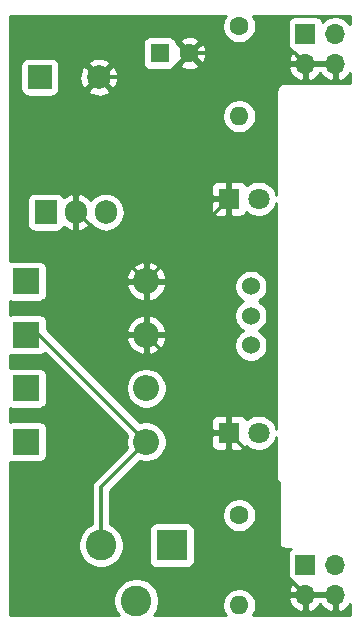
<source format=gbl>
G04 #@! TF.GenerationSoftware,KiCad,Pcbnew,(5.1.9)-1*
G04 #@! TF.CreationDate,2021-01-12T20:24:35-08:00*
G04 #@! TF.ProjectId,BreadboardPowerSupply,42726561-6462-46f6-9172-64506f776572,1*
G04 #@! TF.SameCoordinates,Original*
G04 #@! TF.FileFunction,Copper,L2,Bot*
G04 #@! TF.FilePolarity,Positive*
%FSLAX46Y46*%
G04 Gerber Fmt 4.6, Leading zero omitted, Abs format (unit mm)*
G04 Created by KiCad (PCBNEW (5.1.9)-1) date 2021-01-12 20:24:35*
%MOMM*%
%LPD*%
G01*
G04 APERTURE LIST*
G04 #@! TA.AperFunction,ComponentPad*
%ADD10R,2.000000X2.000000*%
G04 #@! TD*
G04 #@! TA.AperFunction,ComponentPad*
%ADD11C,2.000000*%
G04 #@! TD*
G04 #@! TA.AperFunction,ComponentPad*
%ADD12R,1.600000X1.600000*%
G04 #@! TD*
G04 #@! TA.AperFunction,ComponentPad*
%ADD13C,1.600000*%
G04 #@! TD*
G04 #@! TA.AperFunction,ComponentPad*
%ADD14R,2.200000X2.200000*%
G04 #@! TD*
G04 #@! TA.AperFunction,ComponentPad*
%ADD15O,2.200000X2.200000*%
G04 #@! TD*
G04 #@! TA.AperFunction,ComponentPad*
%ADD16R,1.800000X1.800000*%
G04 #@! TD*
G04 #@! TA.AperFunction,ComponentPad*
%ADD17C,1.800000*%
G04 #@! TD*
G04 #@! TA.AperFunction,ComponentPad*
%ADD18R,2.600000X2.600000*%
G04 #@! TD*
G04 #@! TA.AperFunction,ComponentPad*
%ADD19C,2.600000*%
G04 #@! TD*
G04 #@! TA.AperFunction,ComponentPad*
%ADD20R,1.700000X1.700000*%
G04 #@! TD*
G04 #@! TA.AperFunction,ComponentPad*
%ADD21O,1.700000X1.700000*%
G04 #@! TD*
G04 #@! TA.AperFunction,ComponentPad*
%ADD22O,1.600000X1.600000*%
G04 #@! TD*
G04 #@! TA.AperFunction,ComponentPad*
%ADD23C,1.524000*%
G04 #@! TD*
G04 #@! TA.AperFunction,ComponentPad*
%ADD24R,1.905000X2.000000*%
G04 #@! TD*
G04 #@! TA.AperFunction,ComponentPad*
%ADD25O,1.905000X2.000000*%
G04 #@! TD*
G04 #@! TA.AperFunction,Conductor*
%ADD26C,0.300000*%
G04 #@! TD*
G04 #@! TA.AperFunction,Conductor*
%ADD27C,0.254000*%
G04 #@! TD*
G04 #@! TA.AperFunction,Conductor*
%ADD28C,0.100000*%
G04 #@! TD*
G04 APERTURE END LIST*
D10*
G04 #@! TO.P,C1,1*
G04 #@! TO.N,/Vin*
X104775000Y-82042000D03*
D11*
G04 #@! TO.P,C1,2*
G04 #@! TO.N,/V-*
X109775000Y-82042000D03*
G04 #@! TD*
D12*
G04 #@! TO.P,C2,1*
G04 #@! TO.N,/Vout1*
X114935000Y-80010000D03*
D13*
G04 #@! TO.P,C2,2*
G04 #@! TO.N,/V-*
X117435000Y-80010000D03*
G04 #@! TD*
D14*
G04 #@! TO.P,D1,1*
G04 #@! TO.N,/Vin*
X103632000Y-108373332D03*
D15*
G04 #@! TO.P,D1,2*
G04 #@! TO.N,Net-(D1-Pad2)*
X113792000Y-108373332D03*
G04 #@! TD*
D14*
G04 #@! TO.P,D2,1*
G04 #@! TO.N,Net-(D1-Pad2)*
X103632000Y-99314000D03*
D15*
G04 #@! TO.P,D2,2*
G04 #@! TO.N,/V-*
X113792000Y-99314000D03*
G04 #@! TD*
G04 #@! TO.P,D3,2*
G04 #@! TO.N,Net-(D3-Pad2)*
X113792000Y-112903000D03*
D14*
G04 #@! TO.P,D3,1*
G04 #@! TO.N,/Vin*
X103632000Y-112903000D03*
G04 #@! TD*
D15*
G04 #@! TO.P,D4,2*
G04 #@! TO.N,/V-*
X113792000Y-103843666D03*
D14*
G04 #@! TO.P,D4,1*
G04 #@! TO.N,Net-(D3-Pad2)*
X103632000Y-103843666D03*
G04 #@! TD*
D16*
G04 #@! TO.P,D5,1*
G04 #@! TO.N,/V-*
X120777000Y-112141000D03*
D17*
G04 #@! TO.P,D5,2*
G04 #@! TO.N,Net-(D5-Pad2)*
X123317000Y-112141000D03*
G04 #@! TD*
G04 #@! TO.P,D6,2*
G04 #@! TO.N,Net-(D6-Pad2)*
X123317000Y-92329000D03*
D16*
G04 #@! TO.P,D6,1*
G04 #@! TO.N,/V-*
X120777000Y-92329000D03*
G04 #@! TD*
D18*
G04 #@! TO.P,J1,1*
G04 #@! TO.N,Net-(D1-Pad2)*
X115951000Y-121666000D03*
D19*
G04 #@! TO.P,J1,2*
G04 #@! TO.N,Net-(D3-Pad2)*
X109951000Y-121666000D03*
G04 #@! TO.P,J1,3*
G04 #@! TO.N,Net-(J1-Pad3)*
X112951000Y-126366000D03*
G04 #@! TD*
D20*
G04 #@! TO.P,J2,1*
G04 #@! TO.N,/Vout2*
X127254000Y-78359000D03*
D21*
G04 #@! TO.P,J2,2*
X129794000Y-78359000D03*
G04 #@! TO.P,J2,3*
G04 #@! TO.N,/V-*
X127254000Y-80899000D03*
G04 #@! TO.P,J2,4*
X129794000Y-80899000D03*
G04 #@! TD*
G04 #@! TO.P,J3,4*
G04 #@! TO.N,/V-*
X129794000Y-125857000D03*
G04 #@! TO.P,J3,3*
X127254000Y-125857000D03*
G04 #@! TO.P,J3,2*
G04 #@! TO.N,/Vout2*
X129794000Y-123317000D03*
D20*
G04 #@! TO.P,J3,1*
X127254000Y-123317000D03*
G04 #@! TD*
D13*
G04 #@! TO.P,R1,1*
G04 #@! TO.N,/Vout1*
X121666000Y-119126000D03*
D22*
G04 #@! TO.P,R1,2*
G04 #@! TO.N,Net-(D5-Pad2)*
X121666000Y-126746000D03*
G04 #@! TD*
G04 #@! TO.P,R2,2*
G04 #@! TO.N,Net-(D6-Pad2)*
X121666000Y-85344000D03*
D13*
G04 #@! TO.P,R2,1*
G04 #@! TO.N,/Vout2*
X121666000Y-77724000D03*
G04 #@! TD*
D23*
G04 #@! TO.P,SW1,2*
G04 #@! TO.N,/Vout1*
X122650680Y-102235000D03*
G04 #@! TO.P,SW1,3*
G04 #@! TO.N,Net-(SW1-Pad3)*
X122650680Y-99745800D03*
G04 #@! TO.P,SW1,1*
G04 #@! TO.N,/Vout2*
X122650680Y-104724200D03*
G04 #@! TD*
D24*
G04 #@! TO.P,U1,1*
G04 #@! TO.N,/Vin*
X105283000Y-93472000D03*
D25*
G04 #@! TO.P,U1,2*
G04 #@! TO.N,/V-*
X107823000Y-93472000D03*
G04 #@! TO.P,U1,3*
G04 #@! TO.N,/Vout1*
X110363000Y-93472000D03*
G04 #@! TD*
D26*
G04 #@! TO.N,/V-*
X129794000Y-125857000D02*
X127254000Y-125857000D01*
X125000990Y-116364990D02*
X120777000Y-112141000D01*
X125000990Y-123603990D02*
X125000990Y-116364990D01*
X127254000Y-125857000D02*
X125000990Y-123603990D01*
X120777000Y-110828666D02*
X113792000Y-103843666D01*
X120777000Y-112141000D02*
X120777000Y-110828666D01*
X113792000Y-103843666D02*
X113792000Y-99314000D01*
X113792000Y-99314000D02*
X120777000Y-92329000D01*
X107950000Y-93472000D02*
X107823000Y-93472000D01*
X113792000Y-99314000D02*
X107950000Y-93472000D01*
X107823000Y-83994000D02*
X109775000Y-82042000D01*
X107823000Y-93472000D02*
X107823000Y-83994000D01*
X115403000Y-82042000D02*
X117435000Y-80010000D01*
X109775000Y-82042000D02*
X115403000Y-82042000D01*
X126365000Y-80010000D02*
X127254000Y-80899000D01*
X117435000Y-80010000D02*
X126365000Y-80010000D01*
X127254000Y-80899000D02*
X129794000Y-80899000D01*
G04 #@! TO.N,Net-(D3-Pad2)*
X109951000Y-116744000D02*
X113792000Y-112903000D01*
X109951000Y-121666000D02*
X109951000Y-116744000D01*
X104732666Y-103843666D02*
X103632000Y-103843666D01*
X113792000Y-112903000D02*
X104732666Y-103843666D01*
G04 #@! TD*
D27*
G04 #@! TO.N,/V-*
X120394320Y-77044273D02*
X120286147Y-77305426D01*
X120231000Y-77582665D01*
X120231000Y-77865335D01*
X120286147Y-78142574D01*
X120394320Y-78403727D01*
X120551363Y-78638759D01*
X120751241Y-78838637D01*
X120986273Y-78995680D01*
X121247426Y-79103853D01*
X121524665Y-79159000D01*
X121807335Y-79159000D01*
X122084574Y-79103853D01*
X122345727Y-78995680D01*
X122580759Y-78838637D01*
X122780637Y-78638759D01*
X122937680Y-78403727D01*
X123045853Y-78142574D01*
X123101000Y-77865335D01*
X123101000Y-77582665D01*
X123045853Y-77305426D01*
X122937680Y-77044273D01*
X122814553Y-76860000D01*
X131039000Y-76860000D01*
X131039000Y-77549345D01*
X130947475Y-77412368D01*
X130740632Y-77205525D01*
X130497411Y-77043010D01*
X130227158Y-76931068D01*
X129940260Y-76874000D01*
X129647740Y-76874000D01*
X129360842Y-76931068D01*
X129090589Y-77043010D01*
X128847368Y-77205525D01*
X128715513Y-77337380D01*
X128693502Y-77264820D01*
X128634537Y-77154506D01*
X128555185Y-77057815D01*
X128458494Y-76978463D01*
X128348180Y-76919498D01*
X128228482Y-76883188D01*
X128104000Y-76870928D01*
X126404000Y-76870928D01*
X126279518Y-76883188D01*
X126159820Y-76919498D01*
X126049506Y-76978463D01*
X125952815Y-77057815D01*
X125873463Y-77154506D01*
X125814498Y-77264820D01*
X125778188Y-77384518D01*
X125765928Y-77509000D01*
X125765928Y-79209000D01*
X125778188Y-79333482D01*
X125814498Y-79453180D01*
X125873463Y-79563494D01*
X125952815Y-79660185D01*
X126049506Y-79739537D01*
X126159820Y-79798502D01*
X126240466Y-79822966D01*
X126156412Y-79898731D01*
X125982359Y-80132080D01*
X125857175Y-80394901D01*
X125812524Y-80542110D01*
X125933845Y-80772000D01*
X127127000Y-80772000D01*
X127127000Y-80752000D01*
X127381000Y-80752000D01*
X127381000Y-80772000D01*
X129667000Y-80772000D01*
X129667000Y-80752000D01*
X129921000Y-80752000D01*
X129921000Y-80772000D01*
X129941000Y-80772000D01*
X129941000Y-81026000D01*
X129921000Y-81026000D01*
X129921000Y-82219814D01*
X130150891Y-82340481D01*
X130425252Y-82243157D01*
X130675355Y-82094178D01*
X130891588Y-81899269D01*
X131039001Y-81701636D01*
X131039001Y-82525000D01*
X125508419Y-82525000D01*
X125476000Y-82521807D01*
X125443581Y-82525000D01*
X125346617Y-82534550D01*
X125222207Y-82572290D01*
X125107550Y-82633575D01*
X125007052Y-82716052D01*
X124924575Y-82816550D01*
X124863290Y-82931207D01*
X124825550Y-83055617D01*
X124812807Y-83185000D01*
X124816000Y-83217419D01*
X124816000Y-91996832D01*
X124793011Y-91881257D01*
X124677299Y-91601905D01*
X124509312Y-91350495D01*
X124295505Y-91136688D01*
X124044095Y-90968701D01*
X123764743Y-90852989D01*
X123468184Y-90794000D01*
X123165816Y-90794000D01*
X122869257Y-90852989D01*
X122589905Y-90968701D01*
X122338495Y-91136688D01*
X122272056Y-91203127D01*
X122266502Y-91184820D01*
X122207537Y-91074506D01*
X122128185Y-90977815D01*
X122031494Y-90898463D01*
X121921180Y-90839498D01*
X121801482Y-90803188D01*
X121677000Y-90790928D01*
X121062750Y-90794000D01*
X120904000Y-90952750D01*
X120904000Y-92202000D01*
X120924000Y-92202000D01*
X120924000Y-92456000D01*
X120904000Y-92456000D01*
X120904000Y-93705250D01*
X121062750Y-93864000D01*
X121677000Y-93867072D01*
X121801482Y-93854812D01*
X121921180Y-93818502D01*
X122031494Y-93759537D01*
X122128185Y-93680185D01*
X122207537Y-93583494D01*
X122266502Y-93473180D01*
X122272056Y-93454873D01*
X122338495Y-93521312D01*
X122589905Y-93689299D01*
X122869257Y-93805011D01*
X123165816Y-93864000D01*
X123468184Y-93864000D01*
X123764743Y-93805011D01*
X124044095Y-93689299D01*
X124295505Y-93521312D01*
X124509312Y-93307505D01*
X124677299Y-93056095D01*
X124793011Y-92776743D01*
X124816000Y-92661168D01*
X124816001Y-111808835D01*
X124793011Y-111693257D01*
X124677299Y-111413905D01*
X124509312Y-111162495D01*
X124295505Y-110948688D01*
X124044095Y-110780701D01*
X123764743Y-110664989D01*
X123468184Y-110606000D01*
X123165816Y-110606000D01*
X122869257Y-110664989D01*
X122589905Y-110780701D01*
X122338495Y-110948688D01*
X122272056Y-111015127D01*
X122266502Y-110996820D01*
X122207537Y-110886506D01*
X122128185Y-110789815D01*
X122031494Y-110710463D01*
X121921180Y-110651498D01*
X121801482Y-110615188D01*
X121677000Y-110602928D01*
X121062750Y-110606000D01*
X120904000Y-110764750D01*
X120904000Y-112014000D01*
X120924000Y-112014000D01*
X120924000Y-112268000D01*
X120904000Y-112268000D01*
X120904000Y-113517250D01*
X121062750Y-113676000D01*
X121677000Y-113679072D01*
X121801482Y-113666812D01*
X121921180Y-113630502D01*
X122031494Y-113571537D01*
X122128185Y-113492185D01*
X122207537Y-113395494D01*
X122266502Y-113285180D01*
X122272056Y-113266873D01*
X122338495Y-113333312D01*
X122589905Y-113501299D01*
X122869257Y-113617011D01*
X123165816Y-113676000D01*
X123468184Y-113676000D01*
X123764743Y-113617011D01*
X124044095Y-113501299D01*
X124295505Y-113333312D01*
X124509312Y-113119505D01*
X124677299Y-112868095D01*
X124793011Y-112588743D01*
X124816001Y-112473165D01*
X124816001Y-121252571D01*
X124812807Y-121285000D01*
X124825550Y-121414383D01*
X124863290Y-121538793D01*
X124924575Y-121653450D01*
X125007052Y-121753948D01*
X125107550Y-121836425D01*
X125222207Y-121897710D01*
X125346617Y-121935450D01*
X125443581Y-121945000D01*
X125476000Y-121948193D01*
X125508419Y-121945000D01*
X126039104Y-121945000D01*
X125952815Y-122015815D01*
X125873463Y-122112506D01*
X125814498Y-122222820D01*
X125778188Y-122342518D01*
X125765928Y-122467000D01*
X125765928Y-124167000D01*
X125778188Y-124291482D01*
X125814498Y-124411180D01*
X125873463Y-124521494D01*
X125952815Y-124618185D01*
X126049506Y-124697537D01*
X126159820Y-124756502D01*
X126240466Y-124780966D01*
X126156412Y-124856731D01*
X125982359Y-125090080D01*
X125857175Y-125352901D01*
X125812524Y-125500110D01*
X125933845Y-125730000D01*
X127127000Y-125730000D01*
X127127000Y-125710000D01*
X127381000Y-125710000D01*
X127381000Y-125730000D01*
X129667000Y-125730000D01*
X129667000Y-125710000D01*
X129921000Y-125710000D01*
X129921000Y-125730000D01*
X129941000Y-125730000D01*
X129941000Y-125984000D01*
X129921000Y-125984000D01*
X129921000Y-127177814D01*
X130150891Y-127298481D01*
X130425252Y-127201157D01*
X130675355Y-127052178D01*
X130891588Y-126857269D01*
X131039000Y-126659637D01*
X131039000Y-127610000D01*
X122814553Y-127610000D01*
X122937680Y-127425727D01*
X123045853Y-127164574D01*
X123101000Y-126887335D01*
X123101000Y-126604665D01*
X123045853Y-126327426D01*
X122998825Y-126213890D01*
X125812524Y-126213890D01*
X125857175Y-126361099D01*
X125982359Y-126623920D01*
X126156412Y-126857269D01*
X126372645Y-127052178D01*
X126622748Y-127201157D01*
X126897109Y-127298481D01*
X127127000Y-127177814D01*
X127127000Y-125984000D01*
X127381000Y-125984000D01*
X127381000Y-127177814D01*
X127610891Y-127298481D01*
X127885252Y-127201157D01*
X128135355Y-127052178D01*
X128351588Y-126857269D01*
X128524000Y-126626120D01*
X128696412Y-126857269D01*
X128912645Y-127052178D01*
X129162748Y-127201157D01*
X129437109Y-127298481D01*
X129667000Y-127177814D01*
X129667000Y-125984000D01*
X127381000Y-125984000D01*
X127127000Y-125984000D01*
X125933845Y-125984000D01*
X125812524Y-126213890D01*
X122998825Y-126213890D01*
X122937680Y-126066273D01*
X122780637Y-125831241D01*
X122580759Y-125631363D01*
X122345727Y-125474320D01*
X122084574Y-125366147D01*
X121807335Y-125311000D01*
X121524665Y-125311000D01*
X121247426Y-125366147D01*
X120986273Y-125474320D01*
X120751241Y-125631363D01*
X120551363Y-125831241D01*
X120394320Y-126066273D01*
X120286147Y-126327426D01*
X120231000Y-126604665D01*
X120231000Y-126887335D01*
X120286147Y-127164574D01*
X120394320Y-127425727D01*
X120517447Y-127610000D01*
X114443504Y-127610000D01*
X114454013Y-127599491D01*
X114665775Y-127282566D01*
X114811639Y-126930419D01*
X114886000Y-126556581D01*
X114886000Y-126175419D01*
X114811639Y-125801581D01*
X114665775Y-125449434D01*
X114454013Y-125132509D01*
X114184491Y-124862987D01*
X113867566Y-124651225D01*
X113515419Y-124505361D01*
X113141581Y-124431000D01*
X112760419Y-124431000D01*
X112386581Y-124505361D01*
X112034434Y-124651225D01*
X111717509Y-124862987D01*
X111447987Y-125132509D01*
X111236225Y-125449434D01*
X111090361Y-125801581D01*
X111016000Y-126175419D01*
X111016000Y-126556581D01*
X111090361Y-126930419D01*
X111236225Y-127282566D01*
X111447987Y-127599491D01*
X111458496Y-127610000D01*
X102260000Y-127610000D01*
X102260000Y-114577632D01*
X102287820Y-114592502D01*
X102407518Y-114628812D01*
X102532000Y-114641072D01*
X104732000Y-114641072D01*
X104856482Y-114628812D01*
X104976180Y-114592502D01*
X105086494Y-114533537D01*
X105183185Y-114454185D01*
X105262537Y-114357494D01*
X105321502Y-114247180D01*
X105357812Y-114127482D01*
X105370072Y-114003000D01*
X105370072Y-111803000D01*
X105357812Y-111678518D01*
X105321502Y-111558820D01*
X105262537Y-111448506D01*
X105183185Y-111351815D01*
X105086494Y-111272463D01*
X104976180Y-111213498D01*
X104856482Y-111177188D01*
X104732000Y-111164928D01*
X102532000Y-111164928D01*
X102407518Y-111177188D01*
X102287820Y-111213498D01*
X102260000Y-111228368D01*
X102260000Y-110047964D01*
X102287820Y-110062834D01*
X102407518Y-110099144D01*
X102532000Y-110111404D01*
X104732000Y-110111404D01*
X104856482Y-110099144D01*
X104976180Y-110062834D01*
X105086494Y-110003869D01*
X105183185Y-109924517D01*
X105262537Y-109827826D01*
X105321502Y-109717512D01*
X105357812Y-109597814D01*
X105370072Y-109473332D01*
X105370072Y-107273332D01*
X105357812Y-107148850D01*
X105321502Y-107029152D01*
X105262537Y-106918838D01*
X105183185Y-106822147D01*
X105086494Y-106742795D01*
X104976180Y-106683830D01*
X104856482Y-106647520D01*
X104732000Y-106635260D01*
X102532000Y-106635260D01*
X102407518Y-106647520D01*
X102287820Y-106683830D01*
X102260000Y-106698700D01*
X102260000Y-105518298D01*
X102287820Y-105533168D01*
X102407518Y-105569478D01*
X102532000Y-105581738D01*
X104732000Y-105581738D01*
X104856482Y-105569478D01*
X104976180Y-105533168D01*
X105086494Y-105474203D01*
X105177972Y-105399129D01*
X112138931Y-112360089D01*
X112123675Y-112396919D01*
X112057000Y-112732117D01*
X112057000Y-113073883D01*
X112123675Y-113409081D01*
X112138931Y-113445912D01*
X109423185Y-116161658D01*
X109393237Y-116186236D01*
X109368659Y-116216184D01*
X109368655Y-116216188D01*
X109335690Y-116256356D01*
X109295139Y-116305767D01*
X109256177Y-116378660D01*
X109222246Y-116442141D01*
X109177359Y-116590114D01*
X109162203Y-116744000D01*
X109166001Y-116782563D01*
X109166000Y-119896728D01*
X109034434Y-119951225D01*
X108717509Y-120162987D01*
X108447987Y-120432509D01*
X108236225Y-120749434D01*
X108090361Y-121101581D01*
X108016000Y-121475419D01*
X108016000Y-121856581D01*
X108090361Y-122230419D01*
X108236225Y-122582566D01*
X108447987Y-122899491D01*
X108717509Y-123169013D01*
X109034434Y-123380775D01*
X109386581Y-123526639D01*
X109760419Y-123601000D01*
X110141581Y-123601000D01*
X110515419Y-123526639D01*
X110867566Y-123380775D01*
X111184491Y-123169013D01*
X111454013Y-122899491D01*
X111665775Y-122582566D01*
X111811639Y-122230419D01*
X111886000Y-121856581D01*
X111886000Y-121475419D01*
X111811639Y-121101581D01*
X111665775Y-120749434D01*
X111454013Y-120432509D01*
X111387504Y-120366000D01*
X114012928Y-120366000D01*
X114012928Y-122966000D01*
X114025188Y-123090482D01*
X114061498Y-123210180D01*
X114120463Y-123320494D01*
X114199815Y-123417185D01*
X114296506Y-123496537D01*
X114406820Y-123555502D01*
X114526518Y-123591812D01*
X114651000Y-123604072D01*
X117251000Y-123604072D01*
X117375482Y-123591812D01*
X117495180Y-123555502D01*
X117605494Y-123496537D01*
X117702185Y-123417185D01*
X117781537Y-123320494D01*
X117840502Y-123210180D01*
X117876812Y-123090482D01*
X117889072Y-122966000D01*
X117889072Y-120366000D01*
X117876812Y-120241518D01*
X117840502Y-120121820D01*
X117781537Y-120011506D01*
X117702185Y-119914815D01*
X117605494Y-119835463D01*
X117495180Y-119776498D01*
X117375482Y-119740188D01*
X117251000Y-119727928D01*
X114651000Y-119727928D01*
X114526518Y-119740188D01*
X114406820Y-119776498D01*
X114296506Y-119835463D01*
X114199815Y-119914815D01*
X114120463Y-120011506D01*
X114061498Y-120121820D01*
X114025188Y-120241518D01*
X114012928Y-120366000D01*
X111387504Y-120366000D01*
X111184491Y-120162987D01*
X110867566Y-119951225D01*
X110736000Y-119896729D01*
X110736000Y-118984665D01*
X120231000Y-118984665D01*
X120231000Y-119267335D01*
X120286147Y-119544574D01*
X120394320Y-119805727D01*
X120551363Y-120040759D01*
X120751241Y-120240637D01*
X120986273Y-120397680D01*
X121247426Y-120505853D01*
X121524665Y-120561000D01*
X121807335Y-120561000D01*
X122084574Y-120505853D01*
X122345727Y-120397680D01*
X122580759Y-120240637D01*
X122780637Y-120040759D01*
X122937680Y-119805727D01*
X123045853Y-119544574D01*
X123101000Y-119267335D01*
X123101000Y-118984665D01*
X123045853Y-118707426D01*
X122937680Y-118446273D01*
X122780637Y-118211241D01*
X122580759Y-118011363D01*
X122345727Y-117854320D01*
X122084574Y-117746147D01*
X121807335Y-117691000D01*
X121524665Y-117691000D01*
X121247426Y-117746147D01*
X120986273Y-117854320D01*
X120751241Y-118011363D01*
X120551363Y-118211241D01*
X120394320Y-118446273D01*
X120286147Y-118707426D01*
X120231000Y-118984665D01*
X110736000Y-118984665D01*
X110736000Y-117069157D01*
X113249088Y-114556069D01*
X113285919Y-114571325D01*
X113621117Y-114638000D01*
X113962883Y-114638000D01*
X114298081Y-114571325D01*
X114613831Y-114440537D01*
X114897998Y-114250663D01*
X115139663Y-114008998D01*
X115329537Y-113724831D01*
X115460325Y-113409081D01*
X115527000Y-113073883D01*
X115527000Y-113041000D01*
X119238928Y-113041000D01*
X119251188Y-113165482D01*
X119287498Y-113285180D01*
X119346463Y-113395494D01*
X119425815Y-113492185D01*
X119522506Y-113571537D01*
X119632820Y-113630502D01*
X119752518Y-113666812D01*
X119877000Y-113679072D01*
X120491250Y-113676000D01*
X120650000Y-113517250D01*
X120650000Y-112268000D01*
X119400750Y-112268000D01*
X119242000Y-112426750D01*
X119238928Y-113041000D01*
X115527000Y-113041000D01*
X115527000Y-112732117D01*
X115460325Y-112396919D01*
X115329537Y-112081169D01*
X115139663Y-111797002D01*
X114897998Y-111555337D01*
X114613831Y-111365463D01*
X114313351Y-111241000D01*
X119238928Y-111241000D01*
X119242000Y-111855250D01*
X119400750Y-112014000D01*
X120650000Y-112014000D01*
X120650000Y-110764750D01*
X120491250Y-110606000D01*
X119877000Y-110602928D01*
X119752518Y-110615188D01*
X119632820Y-110651498D01*
X119522506Y-110710463D01*
X119425815Y-110789815D01*
X119346463Y-110886506D01*
X119287498Y-110996820D01*
X119251188Y-111116518D01*
X119238928Y-111241000D01*
X114313351Y-111241000D01*
X114298081Y-111234675D01*
X113962883Y-111168000D01*
X113621117Y-111168000D01*
X113285919Y-111234675D01*
X113249089Y-111249931D01*
X110201607Y-108202449D01*
X112057000Y-108202449D01*
X112057000Y-108544215D01*
X112123675Y-108879413D01*
X112254463Y-109195163D01*
X112444337Y-109479330D01*
X112686002Y-109720995D01*
X112970169Y-109910869D01*
X113285919Y-110041657D01*
X113621117Y-110108332D01*
X113962883Y-110108332D01*
X114298081Y-110041657D01*
X114613831Y-109910869D01*
X114897998Y-109720995D01*
X115139663Y-109479330D01*
X115329537Y-109195163D01*
X115460325Y-108879413D01*
X115527000Y-108544215D01*
X115527000Y-108202449D01*
X115460325Y-107867251D01*
X115329537Y-107551501D01*
X115139663Y-107267334D01*
X114897998Y-107025669D01*
X114613831Y-106835795D01*
X114298081Y-106705007D01*
X113962883Y-106638332D01*
X113621117Y-106638332D01*
X113285919Y-106705007D01*
X112970169Y-106835795D01*
X112686002Y-107025669D01*
X112444337Y-107267334D01*
X112254463Y-107551501D01*
X112123675Y-107867251D01*
X112057000Y-108202449D01*
X110201607Y-108202449D01*
X106238946Y-104239788D01*
X112102825Y-104239788D01*
X112167425Y-104452760D01*
X112317469Y-104757995D01*
X112524178Y-105028093D01*
X112779609Y-105252674D01*
X113073946Y-105423108D01*
X113395877Y-105532845D01*
X113665000Y-105415266D01*
X113665000Y-103970666D01*
X113919000Y-103970666D01*
X113919000Y-105415266D01*
X114188123Y-105532845D01*
X114510054Y-105423108D01*
X114804391Y-105252674D01*
X115059822Y-105028093D01*
X115266531Y-104757995D01*
X115416575Y-104452760D01*
X115481175Y-104239788D01*
X115363125Y-103970666D01*
X113919000Y-103970666D01*
X113665000Y-103970666D01*
X112220875Y-103970666D01*
X112102825Y-104239788D01*
X106238946Y-104239788D01*
X105446702Y-103447544D01*
X112102825Y-103447544D01*
X112220875Y-103716666D01*
X113665000Y-103716666D01*
X113665000Y-102272066D01*
X113919000Y-102272066D01*
X113919000Y-103716666D01*
X115363125Y-103716666D01*
X115481175Y-103447544D01*
X115416575Y-103234572D01*
X115266531Y-102929337D01*
X115059822Y-102659239D01*
X114804391Y-102434658D01*
X114510054Y-102264224D01*
X114188123Y-102154487D01*
X113919000Y-102272066D01*
X113665000Y-102272066D01*
X113395877Y-102154487D01*
X113073946Y-102264224D01*
X112779609Y-102434658D01*
X112524178Y-102659239D01*
X112317469Y-102929337D01*
X112167425Y-103234572D01*
X112102825Y-103447544D01*
X105446702Y-103447544D01*
X105370072Y-103370915D01*
X105370072Y-102743666D01*
X105357812Y-102619184D01*
X105321502Y-102499486D01*
X105262537Y-102389172D01*
X105183185Y-102292481D01*
X105086494Y-102213129D01*
X104976180Y-102154164D01*
X104856482Y-102117854D01*
X104732000Y-102105594D01*
X102532000Y-102105594D01*
X102407518Y-102117854D01*
X102287820Y-102154164D01*
X102260000Y-102169034D01*
X102260000Y-100988632D01*
X102287820Y-101003502D01*
X102407518Y-101039812D01*
X102532000Y-101052072D01*
X104732000Y-101052072D01*
X104856482Y-101039812D01*
X104976180Y-101003502D01*
X105086494Y-100944537D01*
X105183185Y-100865185D01*
X105262537Y-100768494D01*
X105321502Y-100658180D01*
X105357812Y-100538482D01*
X105370072Y-100414000D01*
X105370072Y-99710122D01*
X112102825Y-99710122D01*
X112167425Y-99923094D01*
X112317469Y-100228329D01*
X112524178Y-100498427D01*
X112779609Y-100723008D01*
X113073946Y-100893442D01*
X113395877Y-101003179D01*
X113665000Y-100885600D01*
X113665000Y-99441000D01*
X113919000Y-99441000D01*
X113919000Y-100885600D01*
X114188123Y-101003179D01*
X114510054Y-100893442D01*
X114804391Y-100723008D01*
X115059822Y-100498427D01*
X115266531Y-100228329D01*
X115416575Y-99923094D01*
X115481175Y-99710122D01*
X115436471Y-99608208D01*
X121253680Y-99608208D01*
X121253680Y-99883392D01*
X121307366Y-100153290D01*
X121412675Y-100407527D01*
X121565560Y-100636335D01*
X121760145Y-100830920D01*
X121988953Y-100983805D01*
X122004875Y-100990400D01*
X121988953Y-100996995D01*
X121760145Y-101149880D01*
X121565560Y-101344465D01*
X121412675Y-101573273D01*
X121307366Y-101827510D01*
X121253680Y-102097408D01*
X121253680Y-102372592D01*
X121307366Y-102642490D01*
X121412675Y-102896727D01*
X121565560Y-103125535D01*
X121760145Y-103320120D01*
X121988953Y-103473005D01*
X122004875Y-103479600D01*
X121988953Y-103486195D01*
X121760145Y-103639080D01*
X121565560Y-103833665D01*
X121412675Y-104062473D01*
X121307366Y-104316710D01*
X121253680Y-104586608D01*
X121253680Y-104861792D01*
X121307366Y-105131690D01*
X121412675Y-105385927D01*
X121565560Y-105614735D01*
X121760145Y-105809320D01*
X121988953Y-105962205D01*
X122243190Y-106067514D01*
X122513088Y-106121200D01*
X122788272Y-106121200D01*
X123058170Y-106067514D01*
X123312407Y-105962205D01*
X123541215Y-105809320D01*
X123735800Y-105614735D01*
X123888685Y-105385927D01*
X123993994Y-105131690D01*
X124047680Y-104861792D01*
X124047680Y-104586608D01*
X123993994Y-104316710D01*
X123888685Y-104062473D01*
X123735800Y-103833665D01*
X123541215Y-103639080D01*
X123312407Y-103486195D01*
X123296485Y-103479600D01*
X123312407Y-103473005D01*
X123541215Y-103320120D01*
X123735800Y-103125535D01*
X123888685Y-102896727D01*
X123993994Y-102642490D01*
X124047680Y-102372592D01*
X124047680Y-102097408D01*
X123993994Y-101827510D01*
X123888685Y-101573273D01*
X123735800Y-101344465D01*
X123541215Y-101149880D01*
X123312407Y-100996995D01*
X123296485Y-100990400D01*
X123312407Y-100983805D01*
X123541215Y-100830920D01*
X123735800Y-100636335D01*
X123888685Y-100407527D01*
X123993994Y-100153290D01*
X124047680Y-99883392D01*
X124047680Y-99608208D01*
X123993994Y-99338310D01*
X123888685Y-99084073D01*
X123735800Y-98855265D01*
X123541215Y-98660680D01*
X123312407Y-98507795D01*
X123058170Y-98402486D01*
X122788272Y-98348800D01*
X122513088Y-98348800D01*
X122243190Y-98402486D01*
X121988953Y-98507795D01*
X121760145Y-98660680D01*
X121565560Y-98855265D01*
X121412675Y-99084073D01*
X121307366Y-99338310D01*
X121253680Y-99608208D01*
X115436471Y-99608208D01*
X115363125Y-99441000D01*
X113919000Y-99441000D01*
X113665000Y-99441000D01*
X112220875Y-99441000D01*
X112102825Y-99710122D01*
X105370072Y-99710122D01*
X105370072Y-98917878D01*
X112102825Y-98917878D01*
X112220875Y-99187000D01*
X113665000Y-99187000D01*
X113665000Y-97742400D01*
X113919000Y-97742400D01*
X113919000Y-99187000D01*
X115363125Y-99187000D01*
X115481175Y-98917878D01*
X115416575Y-98704906D01*
X115266531Y-98399671D01*
X115059822Y-98129573D01*
X114804391Y-97904992D01*
X114510054Y-97734558D01*
X114188123Y-97624821D01*
X113919000Y-97742400D01*
X113665000Y-97742400D01*
X113395877Y-97624821D01*
X113073946Y-97734558D01*
X112779609Y-97904992D01*
X112524178Y-98129573D01*
X112317469Y-98399671D01*
X112167425Y-98704906D01*
X112102825Y-98917878D01*
X105370072Y-98917878D01*
X105370072Y-98214000D01*
X105357812Y-98089518D01*
X105321502Y-97969820D01*
X105262537Y-97859506D01*
X105183185Y-97762815D01*
X105086494Y-97683463D01*
X104976180Y-97624498D01*
X104856482Y-97588188D01*
X104732000Y-97575928D01*
X102532000Y-97575928D01*
X102407518Y-97588188D01*
X102287820Y-97624498D01*
X102260000Y-97639368D01*
X102260000Y-92472000D01*
X103692428Y-92472000D01*
X103692428Y-94472000D01*
X103704688Y-94596482D01*
X103740998Y-94716180D01*
X103799963Y-94826494D01*
X103879315Y-94923185D01*
X103976006Y-95002537D01*
X104086320Y-95061502D01*
X104206018Y-95097812D01*
X104330500Y-95110072D01*
X106235500Y-95110072D01*
X106359982Y-95097812D01*
X106479680Y-95061502D01*
X106589994Y-95002537D01*
X106686685Y-94923185D01*
X106766037Y-94826494D01*
X106815059Y-94734781D01*
X106956077Y-94847969D01*
X107231906Y-94991571D01*
X107450020Y-95062563D01*
X107696000Y-94942594D01*
X107696000Y-93599000D01*
X107676000Y-93599000D01*
X107676000Y-93345000D01*
X107696000Y-93345000D01*
X107696000Y-92001406D01*
X107950000Y-92001406D01*
X107950000Y-93345000D01*
X107970000Y-93345000D01*
X107970000Y-93599000D01*
X107950000Y-93599000D01*
X107950000Y-94942594D01*
X108195980Y-95062563D01*
X108414094Y-94991571D01*
X108689923Y-94847969D01*
X108932437Y-94653315D01*
X109087837Y-94468101D01*
X109235037Y-94647463D01*
X109476766Y-94845845D01*
X109752552Y-94993255D01*
X110051797Y-95084030D01*
X110363000Y-95114681D01*
X110674204Y-95084030D01*
X110973449Y-94993255D01*
X111249235Y-94845845D01*
X111490963Y-94647463D01*
X111689345Y-94405734D01*
X111836755Y-94129948D01*
X111927530Y-93830703D01*
X111950500Y-93597485D01*
X111950500Y-93346514D01*
X111938926Y-93229000D01*
X119238928Y-93229000D01*
X119251188Y-93353482D01*
X119287498Y-93473180D01*
X119346463Y-93583494D01*
X119425815Y-93680185D01*
X119522506Y-93759537D01*
X119632820Y-93818502D01*
X119752518Y-93854812D01*
X119877000Y-93867072D01*
X120491250Y-93864000D01*
X120650000Y-93705250D01*
X120650000Y-92456000D01*
X119400750Y-92456000D01*
X119242000Y-92614750D01*
X119238928Y-93229000D01*
X111938926Y-93229000D01*
X111927530Y-93113296D01*
X111836755Y-92814051D01*
X111689345Y-92538265D01*
X111490963Y-92296537D01*
X111249234Y-92098155D01*
X110973448Y-91950745D01*
X110674203Y-91859970D01*
X110363000Y-91829319D01*
X110051796Y-91859970D01*
X109752551Y-91950745D01*
X109476765Y-92098155D01*
X109235037Y-92296537D01*
X109087838Y-92475900D01*
X108932437Y-92290685D01*
X108689923Y-92096031D01*
X108414094Y-91952429D01*
X108195980Y-91881437D01*
X107950000Y-92001406D01*
X107696000Y-92001406D01*
X107450020Y-91881437D01*
X107231906Y-91952429D01*
X106956077Y-92096031D01*
X106815059Y-92209219D01*
X106766037Y-92117506D01*
X106686685Y-92020815D01*
X106589994Y-91941463D01*
X106479680Y-91882498D01*
X106359982Y-91846188D01*
X106235500Y-91833928D01*
X104330500Y-91833928D01*
X104206018Y-91846188D01*
X104086320Y-91882498D01*
X103976006Y-91941463D01*
X103879315Y-92020815D01*
X103799963Y-92117506D01*
X103740998Y-92227820D01*
X103704688Y-92347518D01*
X103692428Y-92472000D01*
X102260000Y-92472000D01*
X102260000Y-91429000D01*
X119238928Y-91429000D01*
X119242000Y-92043250D01*
X119400750Y-92202000D01*
X120650000Y-92202000D01*
X120650000Y-90952750D01*
X120491250Y-90794000D01*
X119877000Y-90790928D01*
X119752518Y-90803188D01*
X119632820Y-90839498D01*
X119522506Y-90898463D01*
X119425815Y-90977815D01*
X119346463Y-91074506D01*
X119287498Y-91184820D01*
X119251188Y-91304518D01*
X119238928Y-91429000D01*
X102260000Y-91429000D01*
X102260000Y-85202665D01*
X120231000Y-85202665D01*
X120231000Y-85485335D01*
X120286147Y-85762574D01*
X120394320Y-86023727D01*
X120551363Y-86258759D01*
X120751241Y-86458637D01*
X120986273Y-86615680D01*
X121247426Y-86723853D01*
X121524665Y-86779000D01*
X121807335Y-86779000D01*
X122084574Y-86723853D01*
X122345727Y-86615680D01*
X122580759Y-86458637D01*
X122780637Y-86258759D01*
X122937680Y-86023727D01*
X123045853Y-85762574D01*
X123101000Y-85485335D01*
X123101000Y-85202665D01*
X123045853Y-84925426D01*
X122937680Y-84664273D01*
X122780637Y-84429241D01*
X122580759Y-84229363D01*
X122345727Y-84072320D01*
X122084574Y-83964147D01*
X121807335Y-83909000D01*
X121524665Y-83909000D01*
X121247426Y-83964147D01*
X120986273Y-84072320D01*
X120751241Y-84229363D01*
X120551363Y-84429241D01*
X120394320Y-84664273D01*
X120286147Y-84925426D01*
X120231000Y-85202665D01*
X102260000Y-85202665D01*
X102260000Y-81042000D01*
X103136928Y-81042000D01*
X103136928Y-83042000D01*
X103149188Y-83166482D01*
X103185498Y-83286180D01*
X103244463Y-83396494D01*
X103323815Y-83493185D01*
X103420506Y-83572537D01*
X103530820Y-83631502D01*
X103650518Y-83667812D01*
X103775000Y-83680072D01*
X105775000Y-83680072D01*
X105899482Y-83667812D01*
X106019180Y-83631502D01*
X106129494Y-83572537D01*
X106226185Y-83493185D01*
X106305537Y-83396494D01*
X106364502Y-83286180D01*
X106397496Y-83177413D01*
X108819192Y-83177413D01*
X108914956Y-83441814D01*
X109204571Y-83582704D01*
X109516108Y-83664384D01*
X109837595Y-83683718D01*
X110156675Y-83639961D01*
X110461088Y-83534795D01*
X110635044Y-83441814D01*
X110730808Y-83177413D01*
X109775000Y-82221605D01*
X108819192Y-83177413D01*
X106397496Y-83177413D01*
X106400812Y-83166482D01*
X106413072Y-83042000D01*
X106413072Y-82104595D01*
X108133282Y-82104595D01*
X108177039Y-82423675D01*
X108282205Y-82728088D01*
X108375186Y-82902044D01*
X108639587Y-82997808D01*
X109595395Y-82042000D01*
X109954605Y-82042000D01*
X110910413Y-82997808D01*
X111174814Y-82902044D01*
X111315704Y-82612429D01*
X111397384Y-82300892D01*
X111416718Y-81979405D01*
X111372961Y-81660325D01*
X111267795Y-81355912D01*
X111174814Y-81181956D01*
X110910413Y-81086192D01*
X109954605Y-82042000D01*
X109595395Y-82042000D01*
X108639587Y-81086192D01*
X108375186Y-81181956D01*
X108234296Y-81471571D01*
X108152616Y-81783108D01*
X108133282Y-82104595D01*
X106413072Y-82104595D01*
X106413072Y-81042000D01*
X106400812Y-80917518D01*
X106397497Y-80906587D01*
X108819192Y-80906587D01*
X109775000Y-81862395D01*
X110730808Y-80906587D01*
X110635044Y-80642186D01*
X110345429Y-80501296D01*
X110033892Y-80419616D01*
X109712405Y-80400282D01*
X109393325Y-80444039D01*
X109088912Y-80549205D01*
X108914956Y-80642186D01*
X108819192Y-80906587D01*
X106397497Y-80906587D01*
X106364502Y-80797820D01*
X106305537Y-80687506D01*
X106226185Y-80590815D01*
X106129494Y-80511463D01*
X106019180Y-80452498D01*
X105899482Y-80416188D01*
X105775000Y-80403928D01*
X103775000Y-80403928D01*
X103650518Y-80416188D01*
X103530820Y-80452498D01*
X103420506Y-80511463D01*
X103323815Y-80590815D01*
X103244463Y-80687506D01*
X103185498Y-80797820D01*
X103149188Y-80917518D01*
X103136928Y-81042000D01*
X102260000Y-81042000D01*
X102260000Y-79210000D01*
X113496928Y-79210000D01*
X113496928Y-80810000D01*
X113509188Y-80934482D01*
X113545498Y-81054180D01*
X113604463Y-81164494D01*
X113683815Y-81261185D01*
X113780506Y-81340537D01*
X113890820Y-81399502D01*
X114010518Y-81435812D01*
X114135000Y-81448072D01*
X115735000Y-81448072D01*
X115859482Y-81435812D01*
X115979180Y-81399502D01*
X116089494Y-81340537D01*
X116186185Y-81261185D01*
X116265537Y-81164494D01*
X116324502Y-81054180D01*
X116340117Y-81002702D01*
X116621903Y-81002702D01*
X116693486Y-81246671D01*
X116948996Y-81367571D01*
X117223184Y-81436300D01*
X117505512Y-81450217D01*
X117785130Y-81408787D01*
X118051292Y-81313603D01*
X118159266Y-81255890D01*
X125812524Y-81255890D01*
X125857175Y-81403099D01*
X125982359Y-81665920D01*
X126156412Y-81899269D01*
X126372645Y-82094178D01*
X126622748Y-82243157D01*
X126897109Y-82340481D01*
X127127000Y-82219814D01*
X127127000Y-81026000D01*
X127381000Y-81026000D01*
X127381000Y-82219814D01*
X127610891Y-82340481D01*
X127885252Y-82243157D01*
X128135355Y-82094178D01*
X128351588Y-81899269D01*
X128524000Y-81668120D01*
X128696412Y-81899269D01*
X128912645Y-82094178D01*
X129162748Y-82243157D01*
X129437109Y-82340481D01*
X129667000Y-82219814D01*
X129667000Y-81026000D01*
X127381000Y-81026000D01*
X127127000Y-81026000D01*
X125933845Y-81026000D01*
X125812524Y-81255890D01*
X118159266Y-81255890D01*
X118176514Y-81246671D01*
X118248097Y-81002702D01*
X117435000Y-80189605D01*
X116621903Y-81002702D01*
X116340117Y-81002702D01*
X116360812Y-80934482D01*
X116373072Y-80810000D01*
X116373072Y-80802785D01*
X116442298Y-80823097D01*
X117255395Y-80010000D01*
X117614605Y-80010000D01*
X118427702Y-80823097D01*
X118671671Y-80751514D01*
X118792571Y-80496004D01*
X118861300Y-80221816D01*
X118875217Y-79939488D01*
X118833787Y-79659870D01*
X118738603Y-79393708D01*
X118671671Y-79268486D01*
X118427702Y-79196903D01*
X117614605Y-80010000D01*
X117255395Y-80010000D01*
X116442298Y-79196903D01*
X116373072Y-79217215D01*
X116373072Y-79210000D01*
X116360812Y-79085518D01*
X116340118Y-79017298D01*
X116621903Y-79017298D01*
X117435000Y-79830395D01*
X118248097Y-79017298D01*
X118176514Y-78773329D01*
X117921004Y-78652429D01*
X117646816Y-78583700D01*
X117364488Y-78569783D01*
X117084870Y-78611213D01*
X116818708Y-78706397D01*
X116693486Y-78773329D01*
X116621903Y-79017298D01*
X116340118Y-79017298D01*
X116324502Y-78965820D01*
X116265537Y-78855506D01*
X116186185Y-78758815D01*
X116089494Y-78679463D01*
X115979180Y-78620498D01*
X115859482Y-78584188D01*
X115735000Y-78571928D01*
X114135000Y-78571928D01*
X114010518Y-78584188D01*
X113890820Y-78620498D01*
X113780506Y-78679463D01*
X113683815Y-78758815D01*
X113604463Y-78855506D01*
X113545498Y-78965820D01*
X113509188Y-79085518D01*
X113496928Y-79210000D01*
X102260000Y-79210000D01*
X102260000Y-76860000D01*
X120517447Y-76860000D01*
X120394320Y-77044273D01*
G04 #@! TA.AperFunction,Conductor*
D28*
G36*
X120394320Y-77044273D02*
G01*
X120286147Y-77305426D01*
X120231000Y-77582665D01*
X120231000Y-77865335D01*
X120286147Y-78142574D01*
X120394320Y-78403727D01*
X120551363Y-78638759D01*
X120751241Y-78838637D01*
X120986273Y-78995680D01*
X121247426Y-79103853D01*
X121524665Y-79159000D01*
X121807335Y-79159000D01*
X122084574Y-79103853D01*
X122345727Y-78995680D01*
X122580759Y-78838637D01*
X122780637Y-78638759D01*
X122937680Y-78403727D01*
X123045853Y-78142574D01*
X123101000Y-77865335D01*
X123101000Y-77582665D01*
X123045853Y-77305426D01*
X122937680Y-77044273D01*
X122814553Y-76860000D01*
X131039000Y-76860000D01*
X131039000Y-77549345D01*
X130947475Y-77412368D01*
X130740632Y-77205525D01*
X130497411Y-77043010D01*
X130227158Y-76931068D01*
X129940260Y-76874000D01*
X129647740Y-76874000D01*
X129360842Y-76931068D01*
X129090589Y-77043010D01*
X128847368Y-77205525D01*
X128715513Y-77337380D01*
X128693502Y-77264820D01*
X128634537Y-77154506D01*
X128555185Y-77057815D01*
X128458494Y-76978463D01*
X128348180Y-76919498D01*
X128228482Y-76883188D01*
X128104000Y-76870928D01*
X126404000Y-76870928D01*
X126279518Y-76883188D01*
X126159820Y-76919498D01*
X126049506Y-76978463D01*
X125952815Y-77057815D01*
X125873463Y-77154506D01*
X125814498Y-77264820D01*
X125778188Y-77384518D01*
X125765928Y-77509000D01*
X125765928Y-79209000D01*
X125778188Y-79333482D01*
X125814498Y-79453180D01*
X125873463Y-79563494D01*
X125952815Y-79660185D01*
X126049506Y-79739537D01*
X126159820Y-79798502D01*
X126240466Y-79822966D01*
X126156412Y-79898731D01*
X125982359Y-80132080D01*
X125857175Y-80394901D01*
X125812524Y-80542110D01*
X125933845Y-80772000D01*
X127127000Y-80772000D01*
X127127000Y-80752000D01*
X127381000Y-80752000D01*
X127381000Y-80772000D01*
X129667000Y-80772000D01*
X129667000Y-80752000D01*
X129921000Y-80752000D01*
X129921000Y-80772000D01*
X129941000Y-80772000D01*
X129941000Y-81026000D01*
X129921000Y-81026000D01*
X129921000Y-82219814D01*
X130150891Y-82340481D01*
X130425252Y-82243157D01*
X130675355Y-82094178D01*
X130891588Y-81899269D01*
X131039001Y-81701636D01*
X131039001Y-82525000D01*
X125508419Y-82525000D01*
X125476000Y-82521807D01*
X125443581Y-82525000D01*
X125346617Y-82534550D01*
X125222207Y-82572290D01*
X125107550Y-82633575D01*
X125007052Y-82716052D01*
X124924575Y-82816550D01*
X124863290Y-82931207D01*
X124825550Y-83055617D01*
X124812807Y-83185000D01*
X124816000Y-83217419D01*
X124816000Y-91996832D01*
X124793011Y-91881257D01*
X124677299Y-91601905D01*
X124509312Y-91350495D01*
X124295505Y-91136688D01*
X124044095Y-90968701D01*
X123764743Y-90852989D01*
X123468184Y-90794000D01*
X123165816Y-90794000D01*
X122869257Y-90852989D01*
X122589905Y-90968701D01*
X122338495Y-91136688D01*
X122272056Y-91203127D01*
X122266502Y-91184820D01*
X122207537Y-91074506D01*
X122128185Y-90977815D01*
X122031494Y-90898463D01*
X121921180Y-90839498D01*
X121801482Y-90803188D01*
X121677000Y-90790928D01*
X121062750Y-90794000D01*
X120904000Y-90952750D01*
X120904000Y-92202000D01*
X120924000Y-92202000D01*
X120924000Y-92456000D01*
X120904000Y-92456000D01*
X120904000Y-93705250D01*
X121062750Y-93864000D01*
X121677000Y-93867072D01*
X121801482Y-93854812D01*
X121921180Y-93818502D01*
X122031494Y-93759537D01*
X122128185Y-93680185D01*
X122207537Y-93583494D01*
X122266502Y-93473180D01*
X122272056Y-93454873D01*
X122338495Y-93521312D01*
X122589905Y-93689299D01*
X122869257Y-93805011D01*
X123165816Y-93864000D01*
X123468184Y-93864000D01*
X123764743Y-93805011D01*
X124044095Y-93689299D01*
X124295505Y-93521312D01*
X124509312Y-93307505D01*
X124677299Y-93056095D01*
X124793011Y-92776743D01*
X124816000Y-92661168D01*
X124816001Y-111808835D01*
X124793011Y-111693257D01*
X124677299Y-111413905D01*
X124509312Y-111162495D01*
X124295505Y-110948688D01*
X124044095Y-110780701D01*
X123764743Y-110664989D01*
X123468184Y-110606000D01*
X123165816Y-110606000D01*
X122869257Y-110664989D01*
X122589905Y-110780701D01*
X122338495Y-110948688D01*
X122272056Y-111015127D01*
X122266502Y-110996820D01*
X122207537Y-110886506D01*
X122128185Y-110789815D01*
X122031494Y-110710463D01*
X121921180Y-110651498D01*
X121801482Y-110615188D01*
X121677000Y-110602928D01*
X121062750Y-110606000D01*
X120904000Y-110764750D01*
X120904000Y-112014000D01*
X120924000Y-112014000D01*
X120924000Y-112268000D01*
X120904000Y-112268000D01*
X120904000Y-113517250D01*
X121062750Y-113676000D01*
X121677000Y-113679072D01*
X121801482Y-113666812D01*
X121921180Y-113630502D01*
X122031494Y-113571537D01*
X122128185Y-113492185D01*
X122207537Y-113395494D01*
X122266502Y-113285180D01*
X122272056Y-113266873D01*
X122338495Y-113333312D01*
X122589905Y-113501299D01*
X122869257Y-113617011D01*
X123165816Y-113676000D01*
X123468184Y-113676000D01*
X123764743Y-113617011D01*
X124044095Y-113501299D01*
X124295505Y-113333312D01*
X124509312Y-113119505D01*
X124677299Y-112868095D01*
X124793011Y-112588743D01*
X124816001Y-112473165D01*
X124816001Y-121252571D01*
X124812807Y-121285000D01*
X124825550Y-121414383D01*
X124863290Y-121538793D01*
X124924575Y-121653450D01*
X125007052Y-121753948D01*
X125107550Y-121836425D01*
X125222207Y-121897710D01*
X125346617Y-121935450D01*
X125443581Y-121945000D01*
X125476000Y-121948193D01*
X125508419Y-121945000D01*
X126039104Y-121945000D01*
X125952815Y-122015815D01*
X125873463Y-122112506D01*
X125814498Y-122222820D01*
X125778188Y-122342518D01*
X125765928Y-122467000D01*
X125765928Y-124167000D01*
X125778188Y-124291482D01*
X125814498Y-124411180D01*
X125873463Y-124521494D01*
X125952815Y-124618185D01*
X126049506Y-124697537D01*
X126159820Y-124756502D01*
X126240466Y-124780966D01*
X126156412Y-124856731D01*
X125982359Y-125090080D01*
X125857175Y-125352901D01*
X125812524Y-125500110D01*
X125933845Y-125730000D01*
X127127000Y-125730000D01*
X127127000Y-125710000D01*
X127381000Y-125710000D01*
X127381000Y-125730000D01*
X129667000Y-125730000D01*
X129667000Y-125710000D01*
X129921000Y-125710000D01*
X129921000Y-125730000D01*
X129941000Y-125730000D01*
X129941000Y-125984000D01*
X129921000Y-125984000D01*
X129921000Y-127177814D01*
X130150891Y-127298481D01*
X130425252Y-127201157D01*
X130675355Y-127052178D01*
X130891588Y-126857269D01*
X131039000Y-126659637D01*
X131039000Y-127610000D01*
X122814553Y-127610000D01*
X122937680Y-127425727D01*
X123045853Y-127164574D01*
X123101000Y-126887335D01*
X123101000Y-126604665D01*
X123045853Y-126327426D01*
X122998825Y-126213890D01*
X125812524Y-126213890D01*
X125857175Y-126361099D01*
X125982359Y-126623920D01*
X126156412Y-126857269D01*
X126372645Y-127052178D01*
X126622748Y-127201157D01*
X126897109Y-127298481D01*
X127127000Y-127177814D01*
X127127000Y-125984000D01*
X127381000Y-125984000D01*
X127381000Y-127177814D01*
X127610891Y-127298481D01*
X127885252Y-127201157D01*
X128135355Y-127052178D01*
X128351588Y-126857269D01*
X128524000Y-126626120D01*
X128696412Y-126857269D01*
X128912645Y-127052178D01*
X129162748Y-127201157D01*
X129437109Y-127298481D01*
X129667000Y-127177814D01*
X129667000Y-125984000D01*
X127381000Y-125984000D01*
X127127000Y-125984000D01*
X125933845Y-125984000D01*
X125812524Y-126213890D01*
X122998825Y-126213890D01*
X122937680Y-126066273D01*
X122780637Y-125831241D01*
X122580759Y-125631363D01*
X122345727Y-125474320D01*
X122084574Y-125366147D01*
X121807335Y-125311000D01*
X121524665Y-125311000D01*
X121247426Y-125366147D01*
X120986273Y-125474320D01*
X120751241Y-125631363D01*
X120551363Y-125831241D01*
X120394320Y-126066273D01*
X120286147Y-126327426D01*
X120231000Y-126604665D01*
X120231000Y-126887335D01*
X120286147Y-127164574D01*
X120394320Y-127425727D01*
X120517447Y-127610000D01*
X114443504Y-127610000D01*
X114454013Y-127599491D01*
X114665775Y-127282566D01*
X114811639Y-126930419D01*
X114886000Y-126556581D01*
X114886000Y-126175419D01*
X114811639Y-125801581D01*
X114665775Y-125449434D01*
X114454013Y-125132509D01*
X114184491Y-124862987D01*
X113867566Y-124651225D01*
X113515419Y-124505361D01*
X113141581Y-124431000D01*
X112760419Y-124431000D01*
X112386581Y-124505361D01*
X112034434Y-124651225D01*
X111717509Y-124862987D01*
X111447987Y-125132509D01*
X111236225Y-125449434D01*
X111090361Y-125801581D01*
X111016000Y-126175419D01*
X111016000Y-126556581D01*
X111090361Y-126930419D01*
X111236225Y-127282566D01*
X111447987Y-127599491D01*
X111458496Y-127610000D01*
X102260000Y-127610000D01*
X102260000Y-114577632D01*
X102287820Y-114592502D01*
X102407518Y-114628812D01*
X102532000Y-114641072D01*
X104732000Y-114641072D01*
X104856482Y-114628812D01*
X104976180Y-114592502D01*
X105086494Y-114533537D01*
X105183185Y-114454185D01*
X105262537Y-114357494D01*
X105321502Y-114247180D01*
X105357812Y-114127482D01*
X105370072Y-114003000D01*
X105370072Y-111803000D01*
X105357812Y-111678518D01*
X105321502Y-111558820D01*
X105262537Y-111448506D01*
X105183185Y-111351815D01*
X105086494Y-111272463D01*
X104976180Y-111213498D01*
X104856482Y-111177188D01*
X104732000Y-111164928D01*
X102532000Y-111164928D01*
X102407518Y-111177188D01*
X102287820Y-111213498D01*
X102260000Y-111228368D01*
X102260000Y-110047964D01*
X102287820Y-110062834D01*
X102407518Y-110099144D01*
X102532000Y-110111404D01*
X104732000Y-110111404D01*
X104856482Y-110099144D01*
X104976180Y-110062834D01*
X105086494Y-110003869D01*
X105183185Y-109924517D01*
X105262537Y-109827826D01*
X105321502Y-109717512D01*
X105357812Y-109597814D01*
X105370072Y-109473332D01*
X105370072Y-107273332D01*
X105357812Y-107148850D01*
X105321502Y-107029152D01*
X105262537Y-106918838D01*
X105183185Y-106822147D01*
X105086494Y-106742795D01*
X104976180Y-106683830D01*
X104856482Y-106647520D01*
X104732000Y-106635260D01*
X102532000Y-106635260D01*
X102407518Y-106647520D01*
X102287820Y-106683830D01*
X102260000Y-106698700D01*
X102260000Y-105518298D01*
X102287820Y-105533168D01*
X102407518Y-105569478D01*
X102532000Y-105581738D01*
X104732000Y-105581738D01*
X104856482Y-105569478D01*
X104976180Y-105533168D01*
X105086494Y-105474203D01*
X105177972Y-105399129D01*
X112138931Y-112360089D01*
X112123675Y-112396919D01*
X112057000Y-112732117D01*
X112057000Y-113073883D01*
X112123675Y-113409081D01*
X112138931Y-113445912D01*
X109423185Y-116161658D01*
X109393237Y-116186236D01*
X109368659Y-116216184D01*
X109368655Y-116216188D01*
X109335690Y-116256356D01*
X109295139Y-116305767D01*
X109256177Y-116378660D01*
X109222246Y-116442141D01*
X109177359Y-116590114D01*
X109162203Y-116744000D01*
X109166001Y-116782563D01*
X109166000Y-119896728D01*
X109034434Y-119951225D01*
X108717509Y-120162987D01*
X108447987Y-120432509D01*
X108236225Y-120749434D01*
X108090361Y-121101581D01*
X108016000Y-121475419D01*
X108016000Y-121856581D01*
X108090361Y-122230419D01*
X108236225Y-122582566D01*
X108447987Y-122899491D01*
X108717509Y-123169013D01*
X109034434Y-123380775D01*
X109386581Y-123526639D01*
X109760419Y-123601000D01*
X110141581Y-123601000D01*
X110515419Y-123526639D01*
X110867566Y-123380775D01*
X111184491Y-123169013D01*
X111454013Y-122899491D01*
X111665775Y-122582566D01*
X111811639Y-122230419D01*
X111886000Y-121856581D01*
X111886000Y-121475419D01*
X111811639Y-121101581D01*
X111665775Y-120749434D01*
X111454013Y-120432509D01*
X111387504Y-120366000D01*
X114012928Y-120366000D01*
X114012928Y-122966000D01*
X114025188Y-123090482D01*
X114061498Y-123210180D01*
X114120463Y-123320494D01*
X114199815Y-123417185D01*
X114296506Y-123496537D01*
X114406820Y-123555502D01*
X114526518Y-123591812D01*
X114651000Y-123604072D01*
X117251000Y-123604072D01*
X117375482Y-123591812D01*
X117495180Y-123555502D01*
X117605494Y-123496537D01*
X117702185Y-123417185D01*
X117781537Y-123320494D01*
X117840502Y-123210180D01*
X117876812Y-123090482D01*
X117889072Y-122966000D01*
X117889072Y-120366000D01*
X117876812Y-120241518D01*
X117840502Y-120121820D01*
X117781537Y-120011506D01*
X117702185Y-119914815D01*
X117605494Y-119835463D01*
X117495180Y-119776498D01*
X117375482Y-119740188D01*
X117251000Y-119727928D01*
X114651000Y-119727928D01*
X114526518Y-119740188D01*
X114406820Y-119776498D01*
X114296506Y-119835463D01*
X114199815Y-119914815D01*
X114120463Y-120011506D01*
X114061498Y-120121820D01*
X114025188Y-120241518D01*
X114012928Y-120366000D01*
X111387504Y-120366000D01*
X111184491Y-120162987D01*
X110867566Y-119951225D01*
X110736000Y-119896729D01*
X110736000Y-118984665D01*
X120231000Y-118984665D01*
X120231000Y-119267335D01*
X120286147Y-119544574D01*
X120394320Y-119805727D01*
X120551363Y-120040759D01*
X120751241Y-120240637D01*
X120986273Y-120397680D01*
X121247426Y-120505853D01*
X121524665Y-120561000D01*
X121807335Y-120561000D01*
X122084574Y-120505853D01*
X122345727Y-120397680D01*
X122580759Y-120240637D01*
X122780637Y-120040759D01*
X122937680Y-119805727D01*
X123045853Y-119544574D01*
X123101000Y-119267335D01*
X123101000Y-118984665D01*
X123045853Y-118707426D01*
X122937680Y-118446273D01*
X122780637Y-118211241D01*
X122580759Y-118011363D01*
X122345727Y-117854320D01*
X122084574Y-117746147D01*
X121807335Y-117691000D01*
X121524665Y-117691000D01*
X121247426Y-117746147D01*
X120986273Y-117854320D01*
X120751241Y-118011363D01*
X120551363Y-118211241D01*
X120394320Y-118446273D01*
X120286147Y-118707426D01*
X120231000Y-118984665D01*
X110736000Y-118984665D01*
X110736000Y-117069157D01*
X113249088Y-114556069D01*
X113285919Y-114571325D01*
X113621117Y-114638000D01*
X113962883Y-114638000D01*
X114298081Y-114571325D01*
X114613831Y-114440537D01*
X114897998Y-114250663D01*
X115139663Y-114008998D01*
X115329537Y-113724831D01*
X115460325Y-113409081D01*
X115527000Y-113073883D01*
X115527000Y-113041000D01*
X119238928Y-113041000D01*
X119251188Y-113165482D01*
X119287498Y-113285180D01*
X119346463Y-113395494D01*
X119425815Y-113492185D01*
X119522506Y-113571537D01*
X119632820Y-113630502D01*
X119752518Y-113666812D01*
X119877000Y-113679072D01*
X120491250Y-113676000D01*
X120650000Y-113517250D01*
X120650000Y-112268000D01*
X119400750Y-112268000D01*
X119242000Y-112426750D01*
X119238928Y-113041000D01*
X115527000Y-113041000D01*
X115527000Y-112732117D01*
X115460325Y-112396919D01*
X115329537Y-112081169D01*
X115139663Y-111797002D01*
X114897998Y-111555337D01*
X114613831Y-111365463D01*
X114313351Y-111241000D01*
X119238928Y-111241000D01*
X119242000Y-111855250D01*
X119400750Y-112014000D01*
X120650000Y-112014000D01*
X120650000Y-110764750D01*
X120491250Y-110606000D01*
X119877000Y-110602928D01*
X119752518Y-110615188D01*
X119632820Y-110651498D01*
X119522506Y-110710463D01*
X119425815Y-110789815D01*
X119346463Y-110886506D01*
X119287498Y-110996820D01*
X119251188Y-111116518D01*
X119238928Y-111241000D01*
X114313351Y-111241000D01*
X114298081Y-111234675D01*
X113962883Y-111168000D01*
X113621117Y-111168000D01*
X113285919Y-111234675D01*
X113249089Y-111249931D01*
X110201607Y-108202449D01*
X112057000Y-108202449D01*
X112057000Y-108544215D01*
X112123675Y-108879413D01*
X112254463Y-109195163D01*
X112444337Y-109479330D01*
X112686002Y-109720995D01*
X112970169Y-109910869D01*
X113285919Y-110041657D01*
X113621117Y-110108332D01*
X113962883Y-110108332D01*
X114298081Y-110041657D01*
X114613831Y-109910869D01*
X114897998Y-109720995D01*
X115139663Y-109479330D01*
X115329537Y-109195163D01*
X115460325Y-108879413D01*
X115527000Y-108544215D01*
X115527000Y-108202449D01*
X115460325Y-107867251D01*
X115329537Y-107551501D01*
X115139663Y-107267334D01*
X114897998Y-107025669D01*
X114613831Y-106835795D01*
X114298081Y-106705007D01*
X113962883Y-106638332D01*
X113621117Y-106638332D01*
X113285919Y-106705007D01*
X112970169Y-106835795D01*
X112686002Y-107025669D01*
X112444337Y-107267334D01*
X112254463Y-107551501D01*
X112123675Y-107867251D01*
X112057000Y-108202449D01*
X110201607Y-108202449D01*
X106238946Y-104239788D01*
X112102825Y-104239788D01*
X112167425Y-104452760D01*
X112317469Y-104757995D01*
X112524178Y-105028093D01*
X112779609Y-105252674D01*
X113073946Y-105423108D01*
X113395877Y-105532845D01*
X113665000Y-105415266D01*
X113665000Y-103970666D01*
X113919000Y-103970666D01*
X113919000Y-105415266D01*
X114188123Y-105532845D01*
X114510054Y-105423108D01*
X114804391Y-105252674D01*
X115059822Y-105028093D01*
X115266531Y-104757995D01*
X115416575Y-104452760D01*
X115481175Y-104239788D01*
X115363125Y-103970666D01*
X113919000Y-103970666D01*
X113665000Y-103970666D01*
X112220875Y-103970666D01*
X112102825Y-104239788D01*
X106238946Y-104239788D01*
X105446702Y-103447544D01*
X112102825Y-103447544D01*
X112220875Y-103716666D01*
X113665000Y-103716666D01*
X113665000Y-102272066D01*
X113919000Y-102272066D01*
X113919000Y-103716666D01*
X115363125Y-103716666D01*
X115481175Y-103447544D01*
X115416575Y-103234572D01*
X115266531Y-102929337D01*
X115059822Y-102659239D01*
X114804391Y-102434658D01*
X114510054Y-102264224D01*
X114188123Y-102154487D01*
X113919000Y-102272066D01*
X113665000Y-102272066D01*
X113395877Y-102154487D01*
X113073946Y-102264224D01*
X112779609Y-102434658D01*
X112524178Y-102659239D01*
X112317469Y-102929337D01*
X112167425Y-103234572D01*
X112102825Y-103447544D01*
X105446702Y-103447544D01*
X105370072Y-103370915D01*
X105370072Y-102743666D01*
X105357812Y-102619184D01*
X105321502Y-102499486D01*
X105262537Y-102389172D01*
X105183185Y-102292481D01*
X105086494Y-102213129D01*
X104976180Y-102154164D01*
X104856482Y-102117854D01*
X104732000Y-102105594D01*
X102532000Y-102105594D01*
X102407518Y-102117854D01*
X102287820Y-102154164D01*
X102260000Y-102169034D01*
X102260000Y-100988632D01*
X102287820Y-101003502D01*
X102407518Y-101039812D01*
X102532000Y-101052072D01*
X104732000Y-101052072D01*
X104856482Y-101039812D01*
X104976180Y-101003502D01*
X105086494Y-100944537D01*
X105183185Y-100865185D01*
X105262537Y-100768494D01*
X105321502Y-100658180D01*
X105357812Y-100538482D01*
X105370072Y-100414000D01*
X105370072Y-99710122D01*
X112102825Y-99710122D01*
X112167425Y-99923094D01*
X112317469Y-100228329D01*
X112524178Y-100498427D01*
X112779609Y-100723008D01*
X113073946Y-100893442D01*
X113395877Y-101003179D01*
X113665000Y-100885600D01*
X113665000Y-99441000D01*
X113919000Y-99441000D01*
X113919000Y-100885600D01*
X114188123Y-101003179D01*
X114510054Y-100893442D01*
X114804391Y-100723008D01*
X115059822Y-100498427D01*
X115266531Y-100228329D01*
X115416575Y-99923094D01*
X115481175Y-99710122D01*
X115436471Y-99608208D01*
X121253680Y-99608208D01*
X121253680Y-99883392D01*
X121307366Y-100153290D01*
X121412675Y-100407527D01*
X121565560Y-100636335D01*
X121760145Y-100830920D01*
X121988953Y-100983805D01*
X122004875Y-100990400D01*
X121988953Y-100996995D01*
X121760145Y-101149880D01*
X121565560Y-101344465D01*
X121412675Y-101573273D01*
X121307366Y-101827510D01*
X121253680Y-102097408D01*
X121253680Y-102372592D01*
X121307366Y-102642490D01*
X121412675Y-102896727D01*
X121565560Y-103125535D01*
X121760145Y-103320120D01*
X121988953Y-103473005D01*
X122004875Y-103479600D01*
X121988953Y-103486195D01*
X121760145Y-103639080D01*
X121565560Y-103833665D01*
X121412675Y-104062473D01*
X121307366Y-104316710D01*
X121253680Y-104586608D01*
X121253680Y-104861792D01*
X121307366Y-105131690D01*
X121412675Y-105385927D01*
X121565560Y-105614735D01*
X121760145Y-105809320D01*
X121988953Y-105962205D01*
X122243190Y-106067514D01*
X122513088Y-106121200D01*
X122788272Y-106121200D01*
X123058170Y-106067514D01*
X123312407Y-105962205D01*
X123541215Y-105809320D01*
X123735800Y-105614735D01*
X123888685Y-105385927D01*
X123993994Y-105131690D01*
X124047680Y-104861792D01*
X124047680Y-104586608D01*
X123993994Y-104316710D01*
X123888685Y-104062473D01*
X123735800Y-103833665D01*
X123541215Y-103639080D01*
X123312407Y-103486195D01*
X123296485Y-103479600D01*
X123312407Y-103473005D01*
X123541215Y-103320120D01*
X123735800Y-103125535D01*
X123888685Y-102896727D01*
X123993994Y-102642490D01*
X124047680Y-102372592D01*
X124047680Y-102097408D01*
X123993994Y-101827510D01*
X123888685Y-101573273D01*
X123735800Y-101344465D01*
X123541215Y-101149880D01*
X123312407Y-100996995D01*
X123296485Y-100990400D01*
X123312407Y-100983805D01*
X123541215Y-100830920D01*
X123735800Y-100636335D01*
X123888685Y-100407527D01*
X123993994Y-100153290D01*
X124047680Y-99883392D01*
X124047680Y-99608208D01*
X123993994Y-99338310D01*
X123888685Y-99084073D01*
X123735800Y-98855265D01*
X123541215Y-98660680D01*
X123312407Y-98507795D01*
X123058170Y-98402486D01*
X122788272Y-98348800D01*
X122513088Y-98348800D01*
X122243190Y-98402486D01*
X121988953Y-98507795D01*
X121760145Y-98660680D01*
X121565560Y-98855265D01*
X121412675Y-99084073D01*
X121307366Y-99338310D01*
X121253680Y-99608208D01*
X115436471Y-99608208D01*
X115363125Y-99441000D01*
X113919000Y-99441000D01*
X113665000Y-99441000D01*
X112220875Y-99441000D01*
X112102825Y-99710122D01*
X105370072Y-99710122D01*
X105370072Y-98917878D01*
X112102825Y-98917878D01*
X112220875Y-99187000D01*
X113665000Y-99187000D01*
X113665000Y-97742400D01*
X113919000Y-97742400D01*
X113919000Y-99187000D01*
X115363125Y-99187000D01*
X115481175Y-98917878D01*
X115416575Y-98704906D01*
X115266531Y-98399671D01*
X115059822Y-98129573D01*
X114804391Y-97904992D01*
X114510054Y-97734558D01*
X114188123Y-97624821D01*
X113919000Y-97742400D01*
X113665000Y-97742400D01*
X113395877Y-97624821D01*
X113073946Y-97734558D01*
X112779609Y-97904992D01*
X112524178Y-98129573D01*
X112317469Y-98399671D01*
X112167425Y-98704906D01*
X112102825Y-98917878D01*
X105370072Y-98917878D01*
X105370072Y-98214000D01*
X105357812Y-98089518D01*
X105321502Y-97969820D01*
X105262537Y-97859506D01*
X105183185Y-97762815D01*
X105086494Y-97683463D01*
X104976180Y-97624498D01*
X104856482Y-97588188D01*
X104732000Y-97575928D01*
X102532000Y-97575928D01*
X102407518Y-97588188D01*
X102287820Y-97624498D01*
X102260000Y-97639368D01*
X102260000Y-92472000D01*
X103692428Y-92472000D01*
X103692428Y-94472000D01*
X103704688Y-94596482D01*
X103740998Y-94716180D01*
X103799963Y-94826494D01*
X103879315Y-94923185D01*
X103976006Y-95002537D01*
X104086320Y-95061502D01*
X104206018Y-95097812D01*
X104330500Y-95110072D01*
X106235500Y-95110072D01*
X106359982Y-95097812D01*
X106479680Y-95061502D01*
X106589994Y-95002537D01*
X106686685Y-94923185D01*
X106766037Y-94826494D01*
X106815059Y-94734781D01*
X106956077Y-94847969D01*
X107231906Y-94991571D01*
X107450020Y-95062563D01*
X107696000Y-94942594D01*
X107696000Y-93599000D01*
X107676000Y-93599000D01*
X107676000Y-93345000D01*
X107696000Y-93345000D01*
X107696000Y-92001406D01*
X107950000Y-92001406D01*
X107950000Y-93345000D01*
X107970000Y-93345000D01*
X107970000Y-93599000D01*
X107950000Y-93599000D01*
X107950000Y-94942594D01*
X108195980Y-95062563D01*
X108414094Y-94991571D01*
X108689923Y-94847969D01*
X108932437Y-94653315D01*
X109087837Y-94468101D01*
X109235037Y-94647463D01*
X109476766Y-94845845D01*
X109752552Y-94993255D01*
X110051797Y-95084030D01*
X110363000Y-95114681D01*
X110674204Y-95084030D01*
X110973449Y-94993255D01*
X111249235Y-94845845D01*
X111490963Y-94647463D01*
X111689345Y-94405734D01*
X111836755Y-94129948D01*
X111927530Y-93830703D01*
X111950500Y-93597485D01*
X111950500Y-93346514D01*
X111938926Y-93229000D01*
X119238928Y-93229000D01*
X119251188Y-93353482D01*
X119287498Y-93473180D01*
X119346463Y-93583494D01*
X119425815Y-93680185D01*
X119522506Y-93759537D01*
X119632820Y-93818502D01*
X119752518Y-93854812D01*
X119877000Y-93867072D01*
X120491250Y-93864000D01*
X120650000Y-93705250D01*
X120650000Y-92456000D01*
X119400750Y-92456000D01*
X119242000Y-92614750D01*
X119238928Y-93229000D01*
X111938926Y-93229000D01*
X111927530Y-93113296D01*
X111836755Y-92814051D01*
X111689345Y-92538265D01*
X111490963Y-92296537D01*
X111249234Y-92098155D01*
X110973448Y-91950745D01*
X110674203Y-91859970D01*
X110363000Y-91829319D01*
X110051796Y-91859970D01*
X109752551Y-91950745D01*
X109476765Y-92098155D01*
X109235037Y-92296537D01*
X109087838Y-92475900D01*
X108932437Y-92290685D01*
X108689923Y-92096031D01*
X108414094Y-91952429D01*
X108195980Y-91881437D01*
X107950000Y-92001406D01*
X107696000Y-92001406D01*
X107450020Y-91881437D01*
X107231906Y-91952429D01*
X106956077Y-92096031D01*
X106815059Y-92209219D01*
X106766037Y-92117506D01*
X106686685Y-92020815D01*
X106589994Y-91941463D01*
X106479680Y-91882498D01*
X106359982Y-91846188D01*
X106235500Y-91833928D01*
X104330500Y-91833928D01*
X104206018Y-91846188D01*
X104086320Y-91882498D01*
X103976006Y-91941463D01*
X103879315Y-92020815D01*
X103799963Y-92117506D01*
X103740998Y-92227820D01*
X103704688Y-92347518D01*
X103692428Y-92472000D01*
X102260000Y-92472000D01*
X102260000Y-91429000D01*
X119238928Y-91429000D01*
X119242000Y-92043250D01*
X119400750Y-92202000D01*
X120650000Y-92202000D01*
X120650000Y-90952750D01*
X120491250Y-90794000D01*
X119877000Y-90790928D01*
X119752518Y-90803188D01*
X119632820Y-90839498D01*
X119522506Y-90898463D01*
X119425815Y-90977815D01*
X119346463Y-91074506D01*
X119287498Y-91184820D01*
X119251188Y-91304518D01*
X119238928Y-91429000D01*
X102260000Y-91429000D01*
X102260000Y-85202665D01*
X120231000Y-85202665D01*
X120231000Y-85485335D01*
X120286147Y-85762574D01*
X120394320Y-86023727D01*
X120551363Y-86258759D01*
X120751241Y-86458637D01*
X120986273Y-86615680D01*
X121247426Y-86723853D01*
X121524665Y-86779000D01*
X121807335Y-86779000D01*
X122084574Y-86723853D01*
X122345727Y-86615680D01*
X122580759Y-86458637D01*
X122780637Y-86258759D01*
X122937680Y-86023727D01*
X123045853Y-85762574D01*
X123101000Y-85485335D01*
X123101000Y-85202665D01*
X123045853Y-84925426D01*
X122937680Y-84664273D01*
X122780637Y-84429241D01*
X122580759Y-84229363D01*
X122345727Y-84072320D01*
X122084574Y-83964147D01*
X121807335Y-83909000D01*
X121524665Y-83909000D01*
X121247426Y-83964147D01*
X120986273Y-84072320D01*
X120751241Y-84229363D01*
X120551363Y-84429241D01*
X120394320Y-84664273D01*
X120286147Y-84925426D01*
X120231000Y-85202665D01*
X102260000Y-85202665D01*
X102260000Y-81042000D01*
X103136928Y-81042000D01*
X103136928Y-83042000D01*
X103149188Y-83166482D01*
X103185498Y-83286180D01*
X103244463Y-83396494D01*
X103323815Y-83493185D01*
X103420506Y-83572537D01*
X103530820Y-83631502D01*
X103650518Y-83667812D01*
X103775000Y-83680072D01*
X105775000Y-83680072D01*
X105899482Y-83667812D01*
X106019180Y-83631502D01*
X106129494Y-83572537D01*
X106226185Y-83493185D01*
X106305537Y-83396494D01*
X106364502Y-83286180D01*
X106397496Y-83177413D01*
X108819192Y-83177413D01*
X108914956Y-83441814D01*
X109204571Y-83582704D01*
X109516108Y-83664384D01*
X109837595Y-83683718D01*
X110156675Y-83639961D01*
X110461088Y-83534795D01*
X110635044Y-83441814D01*
X110730808Y-83177413D01*
X109775000Y-82221605D01*
X108819192Y-83177413D01*
X106397496Y-83177413D01*
X106400812Y-83166482D01*
X106413072Y-83042000D01*
X106413072Y-82104595D01*
X108133282Y-82104595D01*
X108177039Y-82423675D01*
X108282205Y-82728088D01*
X108375186Y-82902044D01*
X108639587Y-82997808D01*
X109595395Y-82042000D01*
X109954605Y-82042000D01*
X110910413Y-82997808D01*
X111174814Y-82902044D01*
X111315704Y-82612429D01*
X111397384Y-82300892D01*
X111416718Y-81979405D01*
X111372961Y-81660325D01*
X111267795Y-81355912D01*
X111174814Y-81181956D01*
X110910413Y-81086192D01*
X109954605Y-82042000D01*
X109595395Y-82042000D01*
X108639587Y-81086192D01*
X108375186Y-81181956D01*
X108234296Y-81471571D01*
X108152616Y-81783108D01*
X108133282Y-82104595D01*
X106413072Y-82104595D01*
X106413072Y-81042000D01*
X106400812Y-80917518D01*
X106397497Y-80906587D01*
X108819192Y-80906587D01*
X109775000Y-81862395D01*
X110730808Y-80906587D01*
X110635044Y-80642186D01*
X110345429Y-80501296D01*
X110033892Y-80419616D01*
X109712405Y-80400282D01*
X109393325Y-80444039D01*
X109088912Y-80549205D01*
X108914956Y-80642186D01*
X108819192Y-80906587D01*
X106397497Y-80906587D01*
X106364502Y-80797820D01*
X106305537Y-80687506D01*
X106226185Y-80590815D01*
X106129494Y-80511463D01*
X106019180Y-80452498D01*
X105899482Y-80416188D01*
X105775000Y-80403928D01*
X103775000Y-80403928D01*
X103650518Y-80416188D01*
X103530820Y-80452498D01*
X103420506Y-80511463D01*
X103323815Y-80590815D01*
X103244463Y-80687506D01*
X103185498Y-80797820D01*
X103149188Y-80917518D01*
X103136928Y-81042000D01*
X102260000Y-81042000D01*
X102260000Y-79210000D01*
X113496928Y-79210000D01*
X113496928Y-80810000D01*
X113509188Y-80934482D01*
X113545498Y-81054180D01*
X113604463Y-81164494D01*
X113683815Y-81261185D01*
X113780506Y-81340537D01*
X113890820Y-81399502D01*
X114010518Y-81435812D01*
X114135000Y-81448072D01*
X115735000Y-81448072D01*
X115859482Y-81435812D01*
X115979180Y-81399502D01*
X116089494Y-81340537D01*
X116186185Y-81261185D01*
X116265537Y-81164494D01*
X116324502Y-81054180D01*
X116340117Y-81002702D01*
X116621903Y-81002702D01*
X116693486Y-81246671D01*
X116948996Y-81367571D01*
X117223184Y-81436300D01*
X117505512Y-81450217D01*
X117785130Y-81408787D01*
X118051292Y-81313603D01*
X118159266Y-81255890D01*
X125812524Y-81255890D01*
X125857175Y-81403099D01*
X125982359Y-81665920D01*
X126156412Y-81899269D01*
X126372645Y-82094178D01*
X126622748Y-82243157D01*
X126897109Y-82340481D01*
X127127000Y-82219814D01*
X127127000Y-81026000D01*
X127381000Y-81026000D01*
X127381000Y-82219814D01*
X127610891Y-82340481D01*
X127885252Y-82243157D01*
X128135355Y-82094178D01*
X128351588Y-81899269D01*
X128524000Y-81668120D01*
X128696412Y-81899269D01*
X128912645Y-82094178D01*
X129162748Y-82243157D01*
X129437109Y-82340481D01*
X129667000Y-82219814D01*
X129667000Y-81026000D01*
X127381000Y-81026000D01*
X127127000Y-81026000D01*
X125933845Y-81026000D01*
X125812524Y-81255890D01*
X118159266Y-81255890D01*
X118176514Y-81246671D01*
X118248097Y-81002702D01*
X117435000Y-80189605D01*
X116621903Y-81002702D01*
X116340117Y-81002702D01*
X116360812Y-80934482D01*
X116373072Y-80810000D01*
X116373072Y-80802785D01*
X116442298Y-80823097D01*
X117255395Y-80010000D01*
X117614605Y-80010000D01*
X118427702Y-80823097D01*
X118671671Y-80751514D01*
X118792571Y-80496004D01*
X118861300Y-80221816D01*
X118875217Y-79939488D01*
X118833787Y-79659870D01*
X118738603Y-79393708D01*
X118671671Y-79268486D01*
X118427702Y-79196903D01*
X117614605Y-80010000D01*
X117255395Y-80010000D01*
X116442298Y-79196903D01*
X116373072Y-79217215D01*
X116373072Y-79210000D01*
X116360812Y-79085518D01*
X116340118Y-79017298D01*
X116621903Y-79017298D01*
X117435000Y-79830395D01*
X118248097Y-79017298D01*
X118176514Y-78773329D01*
X117921004Y-78652429D01*
X117646816Y-78583700D01*
X117364488Y-78569783D01*
X117084870Y-78611213D01*
X116818708Y-78706397D01*
X116693486Y-78773329D01*
X116621903Y-79017298D01*
X116340118Y-79017298D01*
X116324502Y-78965820D01*
X116265537Y-78855506D01*
X116186185Y-78758815D01*
X116089494Y-78679463D01*
X115979180Y-78620498D01*
X115859482Y-78584188D01*
X115735000Y-78571928D01*
X114135000Y-78571928D01*
X114010518Y-78584188D01*
X113890820Y-78620498D01*
X113780506Y-78679463D01*
X113683815Y-78758815D01*
X113604463Y-78855506D01*
X113545498Y-78965820D01*
X113509188Y-79085518D01*
X113496928Y-79210000D01*
X102260000Y-79210000D01*
X102260000Y-76860000D01*
X120517447Y-76860000D01*
X120394320Y-77044273D01*
G37*
G04 #@! TD.AperFunction*
G04 #@! TD*
M02*

</source>
